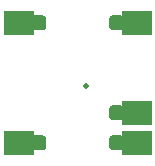
<source format=gbs>
G04 #@! TF.GenerationSoftware,KiCad,Pcbnew,9.0.1+1*
G04 #@! TF.CreationDate,2025-11-11T08:29:39+00:00*
G04 #@! TF.ProjectId,mems-microphone,6d656d73-2d6d-4696-9372-6f70686f6e65,rev?*
G04 #@! TF.SameCoordinates,Original*
G04 #@! TF.FileFunction,Soldermask,Bot*
G04 #@! TF.FilePolarity,Negative*
%FSLAX46Y46*%
G04 Gerber Fmt 4.6, Leading zero omitted, Abs format (unit mm)*
G04 Created by KiCad (PCBNEW 9.0.1+1) date 2025-11-11 08:29:39*
%MOMM*%
%LPD*%
G01*
G04 APERTURE LIST*
%ADD10C,0.500000*%
%ADD11R,2.540000X2.000000*%
G04 APERTURE END LIST*
D10*
X62527500Y-47408000D03*
D11*
X66845000Y-42090500D03*
G36*
G01*
X64520000Y-42465500D02*
X64520000Y-41715500D01*
G75*
G02*
X64770000Y-41465500I250000J0D01*
G01*
X65520000Y-41465500D01*
G75*
G02*
X65770000Y-41715500I0J-250000D01*
G01*
X65770000Y-42465500D01*
G75*
G02*
X65520000Y-42715500I-250000J0D01*
G01*
X64770000Y-42715500D01*
G75*
G02*
X64520000Y-42465500I0J250000D01*
G01*
G37*
X66845000Y-49710500D03*
G36*
G01*
X64520000Y-50085500D02*
X64520000Y-49335500D01*
G75*
G02*
X64770000Y-49085500I250000J0D01*
G01*
X65520000Y-49085500D01*
G75*
G02*
X65770000Y-49335500I0J-250000D01*
G01*
X65770000Y-50085500D01*
G75*
G02*
X65520000Y-50335500I-250000J0D01*
G01*
X64770000Y-50335500D01*
G75*
G02*
X64520000Y-50085500I0J250000D01*
G01*
G37*
X66845000Y-52250500D03*
G36*
G01*
X64520000Y-52625500D02*
X64520000Y-51875500D01*
G75*
G02*
X64770000Y-51625500I250000J0D01*
G01*
X65520000Y-51625500D01*
G75*
G02*
X65770000Y-51875500I0J-250000D01*
G01*
X65770000Y-52625500D01*
G75*
G02*
X65520000Y-52875500I-250000J0D01*
G01*
X64770000Y-52875500D01*
G75*
G02*
X64520000Y-52625500I0J250000D01*
G01*
G37*
G36*
G01*
X57920000Y-42465500D02*
X57920000Y-41715500D01*
G75*
G02*
X58170000Y-41465500I250000J0D01*
G01*
X58920000Y-41465500D01*
G75*
G02*
X59170000Y-41715500I0J-250000D01*
G01*
X59170000Y-42465500D01*
G75*
G02*
X58920000Y-42715500I-250000J0D01*
G01*
X58170000Y-42715500D01*
G75*
G02*
X57920000Y-42465500I0J250000D01*
G01*
G37*
X56845000Y-42090500D03*
G36*
G01*
X57920000Y-52625500D02*
X57920000Y-51875500D01*
G75*
G02*
X58170000Y-51625500I250000J0D01*
G01*
X58920000Y-51625500D01*
G75*
G02*
X59170000Y-51875500I0J-250000D01*
G01*
X59170000Y-52625500D01*
G75*
G02*
X58920000Y-52875500I-250000J0D01*
G01*
X58170000Y-52875500D01*
G75*
G02*
X57920000Y-52625500I0J250000D01*
G01*
G37*
X56845000Y-52250500D03*
M02*

</source>
